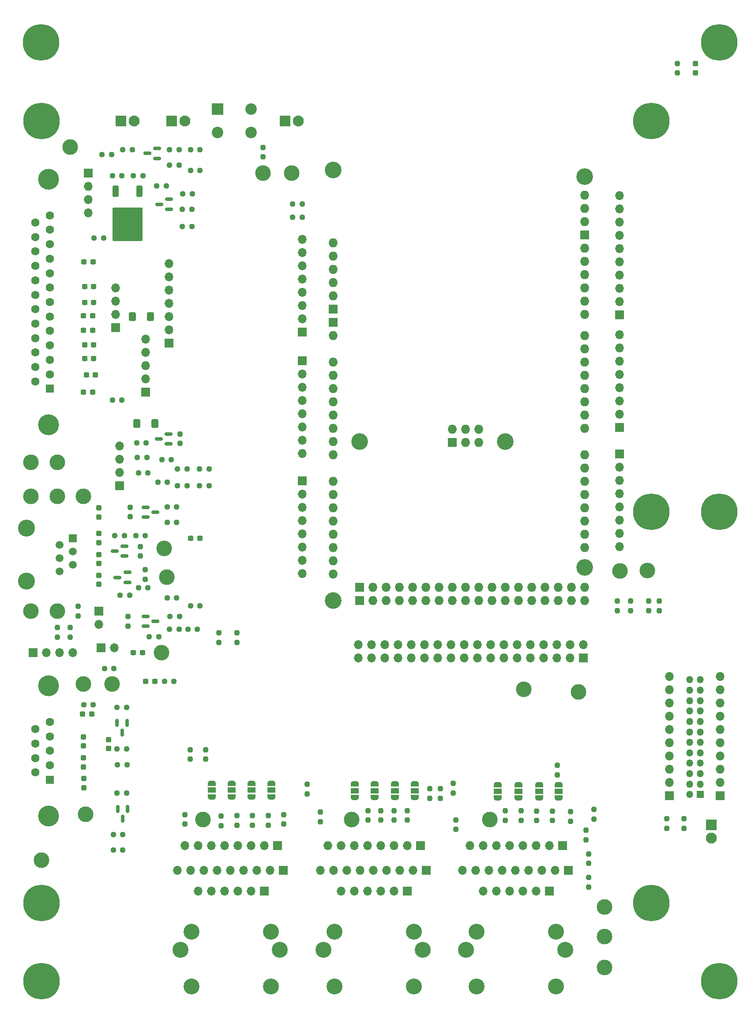
<source format=gbr>
%TF.GenerationSoftware,KiCad,Pcbnew,7.0.1*%
%TF.CreationDate,2023-08-28T22:07:01-05:00*%
%TF.ProjectId,Control v1,436f6e74-726f-46c2-9076-312e6b696361,0.1*%
%TF.SameCoordinates,Original*%
%TF.FileFunction,Soldermask,Top*%
%TF.FilePolarity,Negative*%
%FSLAX46Y46*%
G04 Gerber Fmt 4.6, Leading zero omitted, Abs format (unit mm)*
G04 Created by KiCad (PCBNEW 7.0.1) date 2023-08-28 22:07:01*
%MOMM*%
%LPD*%
G01*
G04 APERTURE LIST*
G04 Aperture macros list*
%AMRoundRect*
0 Rectangle with rounded corners*
0 $1 Rounding radius*
0 $2 $3 $4 $5 $6 $7 $8 $9 X,Y pos of 4 corners*
0 Add a 4 corners polygon primitive as box body*
4,1,4,$2,$3,$4,$5,$6,$7,$8,$9,$2,$3,0*
0 Add four circle primitives for the rounded corners*
1,1,$1+$1,$2,$3*
1,1,$1+$1,$4,$5*
1,1,$1+$1,$6,$7*
1,1,$1+$1,$8,$9*
0 Add four rect primitives between the rounded corners*
20,1,$1+$1,$2,$3,$4,$5,0*
20,1,$1+$1,$4,$5,$6,$7,0*
20,1,$1+$1,$6,$7,$8,$9,0*
20,1,$1+$1,$8,$9,$2,$3,0*%
%AMFreePoly0*
4,1,19,0.550000,-0.750000,0.000000,-0.750000,0.000000,-0.744911,-0.071157,-0.744911,-0.207708,-0.704816,-0.327430,-0.627875,-0.420627,-0.520320,-0.479746,-0.390866,-0.500000,-0.250000,-0.500000,0.250000,-0.479746,0.390866,-0.420627,0.520320,-0.327430,0.627875,-0.207708,0.704816,-0.071157,0.744911,0.000000,0.744911,0.000000,0.750000,0.550000,0.750000,0.550000,-0.750000,0.550000,-0.750000,
$1*%
%AMFreePoly1*
4,1,19,0.000000,0.744911,0.071157,0.744911,0.207708,0.704816,0.327430,0.627875,0.420627,0.520320,0.479746,0.390866,0.500000,0.250000,0.500000,-0.250000,0.479746,-0.390866,0.420627,-0.520320,0.327430,-0.627875,0.207708,-0.704816,0.071157,-0.744911,0.000000,-0.744911,0.000000,-0.750000,-0.550000,-0.750000,-0.550000,0.750000,0.000000,0.750000,0.000000,0.744911,0.000000,0.744911,
$1*%
G04 Aperture macros list end*
%ADD10RoundRect,0.237500X-0.237500X0.250000X-0.237500X-0.250000X0.237500X-0.250000X0.237500X0.250000X0*%
%ADD11RoundRect,0.237500X0.237500X-0.250000X0.237500X0.250000X-0.237500X0.250000X-0.237500X-0.250000X0*%
%ADD12RoundRect,0.237500X0.300000X0.237500X-0.300000X0.237500X-0.300000X-0.237500X0.300000X-0.237500X0*%
%ADD13C,3.000000*%
%ADD14RoundRect,0.237500X-0.250000X-0.237500X0.250000X-0.237500X0.250000X0.237500X-0.250000X0.237500X0*%
%ADD15RoundRect,0.237500X0.250000X0.237500X-0.250000X0.237500X-0.250000X-0.237500X0.250000X-0.237500X0*%
%ADD16RoundRect,0.150000X0.587500X0.150000X-0.587500X0.150000X-0.587500X-0.150000X0.587500X-0.150000X0*%
%ADD17RoundRect,0.237500X-0.300000X-0.237500X0.300000X-0.237500X0.300000X0.237500X-0.300000X0.237500X0*%
%ADD18R,1.700000X1.700000*%
%ADD19O,1.700000X1.700000*%
%ADD20FreePoly0,90.000000*%
%ADD21R,1.500000X1.000000*%
%ADD22FreePoly1,90.000000*%
%ADD23C,0.800000*%
%ADD24C,7.000000*%
%ADD25RoundRect,0.237500X0.237500X-0.300000X0.237500X0.300000X-0.237500X0.300000X-0.237500X-0.300000X0*%
%ADD26RoundRect,0.237500X-0.237500X0.300000X-0.237500X-0.300000X0.237500X-0.300000X0.237500X0.300000X0*%
%ADD27RoundRect,0.250000X-0.400000X-0.600000X0.400000X-0.600000X0.400000X0.600000X-0.400000X0.600000X0*%
%ADD28RoundRect,0.150000X-0.587500X-0.150000X0.587500X-0.150000X0.587500X0.150000X-0.587500X0.150000X0*%
%ADD29R,2.100000X2.100000*%
%ADD30C,2.100000*%
%ADD31RoundRect,0.250000X-0.350000X0.850000X-0.350000X-0.850000X0.350000X-0.850000X0.350000X0.850000X0*%
%ADD32RoundRect,0.249997X-2.650003X2.950003X-2.650003X-2.950003X2.650003X-2.950003X2.650003X2.950003X0*%
%ADD33C,3.048000*%
%ADD34C,3.200000*%
%ADD35O,1.727200X1.727200*%
%ADD36R,1.727200X1.727200*%
%ADD37FreePoly0,270.000000*%
%ADD38FreePoly1,270.000000*%
%ADD39C,4.000000*%
%ADD40R,1.600000X1.600000*%
%ADD41C,1.600000*%
%ADD42RoundRect,0.150000X-0.150000X0.587500X-0.150000X-0.587500X0.150000X-0.587500X0.150000X0.587500X0*%
%ADD43C,3.250000*%
%ADD44R,1.520000X1.520000*%
%ADD45C,1.520000*%
%ADD46R,1.350000X1.350000*%
%ADD47O,1.350000X1.350000*%
%ADD48R,2.200000X2.200000*%
%ADD49C,2.200000*%
G04 APERTURE END LIST*
D10*
%TO.C,R29*%
X89470000Y-188298020D03*
X89470000Y-190123020D03*
%TD*%
D11*
%TO.C,R78*%
X89000000Y-155000000D03*
X89000000Y-153175000D03*
%TD*%
D12*
%TO.C,C3*%
X65000000Y-86750000D03*
X63275000Y-86750000D03*
%TD*%
D13*
%TO.C,TP18*%
X63500000Y-188000000D03*
%TD*%
%TO.C,SPI_SCK1*%
X79000000Y-142500000D03*
%TD*%
D14*
%TO.C,R71*%
X68787500Y-194812500D03*
X70612500Y-194812500D03*
%TD*%
D11*
%TO.C,R65*%
X73937500Y-138462500D03*
X73937500Y-136637500D03*
%TD*%
D15*
%TO.C,R35*%
X75412500Y-122500000D03*
X73587500Y-122500000D03*
%TD*%
%TO.C,R48*%
X72412500Y-60500000D03*
X70587500Y-60500000D03*
%TD*%
D16*
%TO.C,Q7*%
X71467500Y-143500000D03*
X71467500Y-141600000D03*
X69592500Y-142550000D03*
%TD*%
D10*
%TO.C,R22*%
X144000000Y-187287500D03*
X144000000Y-189112500D03*
%TD*%
D17*
%TO.C,C4*%
X63137500Y-82000000D03*
X64862500Y-82000000D03*
%TD*%
D18*
%TO.C,J5*%
X105000000Y-101000000D03*
D19*
X105000000Y-103540000D03*
X105000000Y-106080000D03*
X105000000Y-108620000D03*
X105000000Y-111160000D03*
X105000000Y-113700000D03*
X105000000Y-116240000D03*
X105000000Y-118780000D03*
%TD*%
D11*
%TO.C,R83*%
X101500000Y-189862500D03*
X101500000Y-188037500D03*
%TD*%
%TO.C,R64*%
X74900000Y-142910000D03*
X74900000Y-141085000D03*
%TD*%
%TO.C,R82*%
X161000000Y-188862500D03*
X161000000Y-187037500D03*
%TD*%
D10*
%TO.C,R24*%
X120140000Y-187262500D03*
X120140000Y-189087500D03*
%TD*%
%TO.C,R87*%
X82500000Y-188037500D03*
X82500000Y-189862500D03*
%TD*%
D15*
%TO.C,R50*%
X80912500Y-146500000D03*
X79087500Y-146500000D03*
%TD*%
D14*
%TO.C,R44*%
X72612500Y-65500000D03*
X74437500Y-65500000D03*
%TD*%
D13*
%TO.C,D_PSU_RX1*%
X166000000Y-141300000D03*
%TD*%
D10*
%TO.C,R26*%
X98500000Y-188210520D03*
X98500000Y-190035520D03*
%TD*%
D20*
%TO.C,JP3*%
X150500000Y-184850000D03*
D21*
X150500000Y-183550000D03*
D22*
X150500000Y-182250000D03*
%TD*%
D23*
%TO.C,ISO4*%
X182375000Y-220000000D03*
X183143845Y-218143845D03*
X183143845Y-221856155D03*
X185000000Y-217375000D03*
D24*
X185000000Y-220000000D03*
D23*
X185000000Y-222625000D03*
X186856155Y-218143845D03*
X186856155Y-221856155D03*
X187625000Y-220000000D03*
%TD*%
D15*
%TO.C,R57*%
X75412500Y-144500000D03*
X73587500Y-144500000D03*
%TD*%
D10*
%TO.C,R73*%
X60510000Y-152175000D03*
X60510000Y-154000000D03*
%TD*%
D13*
%TO.C,TP12*%
X58000000Y-149000000D03*
%TD*%
D10*
%TO.C,R1*%
X106000000Y-182237500D03*
X106000000Y-184062500D03*
%TD*%
D14*
%TO.C,R72*%
X69587500Y-178456250D03*
X71412500Y-178456250D03*
%TD*%
D10*
%TO.C,R7*%
X134000000Y-182037500D03*
X134000000Y-183862500D03*
%TD*%
%TO.C,R86*%
X108500000Y-187537500D03*
X108500000Y-189362500D03*
%TD*%
%TO.C,R16*%
X168000000Y-147087500D03*
X168000000Y-148912500D03*
%TD*%
D15*
%TO.C,R42*%
X82912500Y-125000000D03*
X81087500Y-125000000D03*
%TD*%
D16*
%TO.C,Q8*%
X70937500Y-138450000D03*
X70937500Y-136550000D03*
X69062500Y-137500000D03*
%TD*%
D14*
%TO.C,R43*%
X85337500Y-125000000D03*
X87162500Y-125000000D03*
%TD*%
%TO.C,R52*%
X70087500Y-146000000D03*
X71912500Y-146000000D03*
%TD*%
D10*
%TO.C,R3*%
X129500000Y-183087500D03*
X129500000Y-184912500D03*
%TD*%
D14*
%TO.C,R10*%
X82000000Y-75250000D03*
X83825000Y-75250000D03*
%TD*%
D18*
%TO.C,J24*%
X53380000Y-157000000D03*
D19*
X55920000Y-157000000D03*
X58460000Y-157000000D03*
X61000000Y-157000000D03*
%TD*%
D13*
%TO.C,TP6*%
X141000000Y-188950000D03*
%TD*%
D25*
%TO.C,C19*%
X67868750Y-175362500D03*
X67868750Y-173637500D03*
%TD*%
D18*
%TO.C,J6*%
X165940000Y-113780000D03*
D19*
X165940000Y-111240000D03*
X165940000Y-108700000D03*
X165940000Y-106160000D03*
X165940000Y-103620000D03*
X165940000Y-101080000D03*
X165940000Y-98540000D03*
X165940000Y-96000000D03*
%TD*%
D18*
%TO.C,J4*%
X105000000Y-124000000D03*
D19*
X105000000Y-126540000D03*
X105000000Y-129080000D03*
X105000000Y-131620000D03*
X105000000Y-134160000D03*
X105000000Y-136700000D03*
X105000000Y-139240000D03*
X105000000Y-141780000D03*
%TD*%
D15*
%TO.C,R66*%
X80412500Y-162500000D03*
X78587500Y-162500000D03*
%TD*%
D23*
%TO.C,ISO5*%
X182375000Y-130000000D03*
X183143845Y-128143845D03*
X183143845Y-131856155D03*
X185000000Y-127375000D03*
D24*
X185000000Y-130000000D03*
D23*
X185000000Y-132625000D03*
X186856155Y-128143845D03*
X186856155Y-131856155D03*
X187625000Y-130000000D03*
%TD*%
D18*
%TO.C,J17*%
X75000000Y-107000000D03*
D19*
X75000000Y-104460000D03*
X75000000Y-101920000D03*
X75000000Y-99380000D03*
X75000000Y-96840000D03*
%TD*%
D26*
%TO.C,C12*%
X66000000Y-142137500D03*
X66000000Y-143862500D03*
%TD*%
D23*
%TO.C,H5*%
X169375000Y-130000000D03*
X170143845Y-128143845D03*
X170143845Y-131856155D03*
X172000000Y-127375000D03*
D24*
X172000000Y-130000000D03*
D23*
X172000000Y-132625000D03*
X173856155Y-128143845D03*
X173856155Y-131856155D03*
X174625000Y-130000000D03*
%TD*%
D12*
%TO.C,C10*%
X65000000Y-100600000D03*
X63275000Y-100600000D03*
%TD*%
D27*
%TO.C,D2*%
X72440000Y-92500000D03*
X75940000Y-92500000D03*
%TD*%
D15*
%TO.C,R63*%
X84912500Y-152500000D03*
X83087500Y-152500000D03*
%TD*%
D10*
%TO.C,R74*%
X58000000Y-152175000D03*
X58000000Y-154000000D03*
%TD*%
D13*
%TO.C,TP11*%
X53000000Y-120500000D03*
%TD*%
D28*
%TO.C,Q6*%
X75000000Y-150000000D03*
X75000000Y-151900000D03*
X76875000Y-150950000D03*
%TD*%
D10*
%TO.C,R28*%
X92500000Y-188210520D03*
X92500000Y-190035520D03*
%TD*%
D18*
%TO.C,J8*%
X159000000Y-158000000D03*
D19*
X159000000Y-155460000D03*
X156460000Y-158000000D03*
X156460000Y-155460000D03*
X153920000Y-158000000D03*
X153920000Y-155460000D03*
X151380000Y-158000000D03*
X151380000Y-155460000D03*
X148840000Y-158000000D03*
X148840000Y-155460000D03*
X146300000Y-158000000D03*
X146300000Y-155460000D03*
X143760000Y-158000000D03*
X143760000Y-155460000D03*
X141220000Y-158000000D03*
X141220000Y-155460000D03*
X138680000Y-158000000D03*
X138680000Y-155460000D03*
X136140000Y-158000000D03*
X136140000Y-155460000D03*
X133600000Y-158000000D03*
X133600000Y-155460000D03*
X131060000Y-158000000D03*
X131060000Y-155460000D03*
X128520000Y-158000000D03*
X128520000Y-155460000D03*
X125980000Y-158000000D03*
X125980000Y-155460000D03*
X123440000Y-158000000D03*
X123440000Y-155460000D03*
X120900000Y-158000000D03*
X120900000Y-155460000D03*
X118360000Y-158000000D03*
X118360000Y-155460000D03*
X115820000Y-158000000D03*
X115820000Y-155460000D03*
%TD*%
D14*
%TO.C,R70*%
X69500000Y-175456250D03*
X71325000Y-175456250D03*
%TD*%
D29*
%TO.C,J13*%
X80000000Y-55000000D03*
D30*
X82540000Y-55000000D03*
%TD*%
D31*
%TO.C,Q2*%
X73780000Y-68525000D03*
D32*
X71500000Y-74825000D03*
D31*
X69220000Y-68525000D03*
%TD*%
D13*
%TO.C,D_PSU_TX1*%
X171250000Y-141250000D03*
%TD*%
D18*
%TO.C,J14*%
X185250000Y-184380000D03*
D19*
X185250000Y-181840000D03*
X185250000Y-179300000D03*
X185250000Y-176760000D03*
X185250000Y-174220000D03*
X185250000Y-171680000D03*
X185250000Y-169140000D03*
X185250000Y-166600000D03*
X185250000Y-164060000D03*
X185250000Y-161520000D03*
%TD*%
D23*
%TO.C,H2*%
X52375000Y-205000000D03*
X53143845Y-203143845D03*
X53143845Y-206856155D03*
X55000000Y-202375000D03*
D24*
X55000000Y-205000000D03*
D23*
X55000000Y-207625000D03*
X56856155Y-203143845D03*
X56856155Y-206856155D03*
X57625000Y-205000000D03*
%TD*%
D14*
%TO.C,R88*%
X66587500Y-61500000D03*
X68412500Y-61500000D03*
%TD*%
D16*
%TO.C,Q4*%
X77187500Y-62200000D03*
X77187500Y-60300000D03*
X75312500Y-61250000D03*
%TD*%
D20*
%TO.C,JP5*%
X115100000Y-184750000D03*
D21*
X115100000Y-183450000D03*
D22*
X115100000Y-182150000D03*
%TD*%
D14*
%TO.C,R12*%
X78087500Y-120000000D03*
X79912500Y-120000000D03*
%TD*%
%TO.C,R33*%
X68587500Y-108500000D03*
X70412500Y-108500000D03*
%TD*%
D12*
%TO.C,C5*%
X65000000Y-89800000D03*
X63275000Y-89800000D03*
%TD*%
D18*
%TO.C,JP10*%
X127725000Y-193950000D03*
D19*
X125185000Y-193950000D03*
X122645000Y-193950000D03*
X120105000Y-193950000D03*
X117565000Y-193950000D03*
X115025000Y-193950000D03*
X112485000Y-193950000D03*
X109945000Y-193950000D03*
D33*
X126455000Y-210460000D03*
X111215000Y-210460000D03*
%TD*%
D25*
%TO.C,C13*%
X66000000Y-139862500D03*
X66000000Y-138137500D03*
%TD*%
D26*
%TO.C,C22*%
X180500000Y-44050000D03*
X180500000Y-45775000D03*
%TD*%
D20*
%TO.C,JP7*%
X122770000Y-184750000D03*
D21*
X122770000Y-183450000D03*
D22*
X122770000Y-182150000D03*
%TD*%
D11*
%TO.C,R79*%
X175000000Y-190662500D03*
X175000000Y-188837500D03*
%TD*%
D13*
%TO.C,SCL1*%
X147500000Y-164000000D03*
%TD*%
D23*
%TO.C,H3*%
X169375000Y-55000000D03*
X170143845Y-53143845D03*
X170143845Y-56856155D03*
X172000000Y-52375000D03*
D24*
X172000000Y-55000000D03*
D23*
X172000000Y-57625000D03*
X173856155Y-53143845D03*
X173856155Y-56856155D03*
X174625000Y-55000000D03*
%TD*%
D20*
%TO.C,JP2*%
X146500000Y-184850000D03*
D21*
X146500000Y-183550000D03*
D22*
X146500000Y-182250000D03*
%TD*%
D15*
%TO.C,R59*%
X85412500Y-148000000D03*
X83587500Y-148000000D03*
%TD*%
D18*
%TO.C,J19*%
X79500000Y-97660000D03*
D19*
X79500000Y-95120000D03*
X79500000Y-92580000D03*
X79500000Y-90040000D03*
X79500000Y-87500000D03*
X79500000Y-84960000D03*
X79500000Y-82420000D03*
%TD*%
D11*
%TO.C,R13*%
X165500000Y-148912500D03*
X165500000Y-147087500D03*
%TD*%
D16*
%TO.C,Q1*%
X79375000Y-116950000D03*
X79375000Y-115050000D03*
X77500000Y-116000000D03*
%TD*%
D34*
%TO.C,A1*%
X110920000Y-64450000D03*
X159180000Y-65720000D03*
D35*
X110920000Y-78420000D03*
D34*
X143940000Y-116520000D03*
X116000000Y-116520000D03*
X159180000Y-140650000D03*
X110920000Y-147000000D03*
D35*
X110920000Y-86040000D03*
X110920000Y-88580000D03*
X138860000Y-116647000D03*
X159180000Y-144460000D03*
X159180000Y-147000000D03*
X110920000Y-101280000D03*
X110920000Y-103820000D03*
X110920000Y-106360000D03*
X110920000Y-108900000D03*
X110920000Y-111440000D03*
X110920000Y-113980000D03*
X110920000Y-116520000D03*
X110920000Y-119060000D03*
X110920000Y-124140000D03*
X110920000Y-126680000D03*
X110920000Y-129220000D03*
X110920000Y-131760000D03*
X159180000Y-74356000D03*
X110920000Y-139380000D03*
X110920000Y-141920000D03*
X159180000Y-113980000D03*
X159180000Y-111440000D03*
X159180000Y-108900000D03*
X159180000Y-106360000D03*
X159180000Y-103820000D03*
X159180000Y-101280000D03*
X159180000Y-98740000D03*
X159180000Y-96200000D03*
X159180000Y-92136000D03*
X159180000Y-89596000D03*
X159180000Y-87056000D03*
X159180000Y-84516000D03*
X159180000Y-81976000D03*
X159180000Y-79436000D03*
X159180000Y-119060000D03*
X159180000Y-121600000D03*
X159180000Y-124140000D03*
X159180000Y-126680000D03*
X159180000Y-129220000D03*
X159180000Y-131760000D03*
X159180000Y-134300000D03*
X159180000Y-136840000D03*
X156640000Y-144460000D03*
X156640000Y-147000000D03*
X154100000Y-144460000D03*
X154100000Y-147000000D03*
X151560000Y-144460000D03*
X151560000Y-147000000D03*
X149020000Y-144460000D03*
X149020000Y-147000000D03*
X146480000Y-144460000D03*
X146480000Y-147000000D03*
X143940000Y-144460000D03*
X143940000Y-147000000D03*
X141400000Y-144460000D03*
X141400000Y-147000000D03*
X138860000Y-144460000D03*
X138860000Y-147000000D03*
X136320000Y-144460000D03*
X136320000Y-147000000D03*
X133780000Y-144460000D03*
X133780000Y-147000000D03*
X131240000Y-144460000D03*
X131240000Y-147000000D03*
X128700000Y-144460000D03*
X128700000Y-147000000D03*
X126160000Y-144460000D03*
X126160000Y-147000000D03*
X123620000Y-144460000D03*
X123620000Y-147000000D03*
X121080000Y-144460000D03*
X121080000Y-147000000D03*
X118540000Y-144460000D03*
X118540000Y-147000000D03*
X110920000Y-134300000D03*
X110920000Y-136840000D03*
D36*
X159180000Y-76896000D03*
X110920000Y-91120000D03*
X110920000Y-93660000D03*
X133780000Y-116647000D03*
X116000000Y-144460000D03*
X116000000Y-147000000D03*
D35*
X110920000Y-80960000D03*
X138860000Y-114107000D03*
X136320000Y-116647000D03*
X110920000Y-83500000D03*
X133780000Y-114107000D03*
X136320000Y-114107000D03*
X159180000Y-69276000D03*
X159180000Y-71816000D03*
X110920000Y-96200000D03*
%TD*%
D13*
%TO.C,TP14*%
X53000000Y-127000000D03*
%TD*%
D18*
%TO.C,J22*%
X66000000Y-149000000D03*
D19*
X66000000Y-151540000D03*
%TD*%
D37*
%TO.C,JP1*%
X142500000Y-182250000D03*
D21*
X142500000Y-183550000D03*
D38*
X142500000Y-184850000D03*
%TD*%
D13*
%TO.C,COPI1*%
X78500000Y-137000000D03*
%TD*%
D18*
%TO.C,J18*%
X64000000Y-65000000D03*
D19*
X64000000Y-67540000D03*
X64000000Y-70080000D03*
X64000000Y-72620000D03*
%TD*%
D10*
%TO.C,R5*%
X83500000Y-175587500D03*
X83500000Y-177412500D03*
%TD*%
D18*
%TO.C,JP15*%
X100280000Y-193950000D03*
D19*
X97740000Y-193950000D03*
X95200000Y-193950000D03*
X92660000Y-193950000D03*
X90120000Y-193950000D03*
X87580000Y-193950000D03*
X85040000Y-193950000D03*
X82500000Y-193950000D03*
D33*
X99010000Y-210460000D03*
X83770000Y-210460000D03*
%TD*%
D13*
%TO.C,TP16*%
X63000000Y-127000000D03*
%TD*%
D11*
%TO.C,R77*%
X92500000Y-155000000D03*
X92500000Y-153175000D03*
%TD*%
D13*
%TO.C,TP7*%
X114500000Y-188950000D03*
%TD*%
D14*
%TO.C,R90*%
X65087500Y-77500000D03*
X66912500Y-77500000D03*
%TD*%
D15*
%TO.C,R60*%
X81412500Y-152500000D03*
X79587500Y-152500000D03*
%TD*%
D10*
%TO.C,R32*%
X177000000Y-44000000D03*
X177000000Y-45825000D03*
%TD*%
D13*
%TO.C,TP13*%
X53000000Y-149000000D03*
%TD*%
D14*
%TO.C,R69*%
X68787500Y-191812500D03*
X70612500Y-191812500D03*
%TD*%
D10*
%TO.C,R6*%
X86500000Y-175587500D03*
X86500000Y-177412500D03*
%TD*%
%TO.C,R17*%
X154000000Y-178587500D03*
X154000000Y-180412500D03*
%TD*%
D15*
%TO.C,R58*%
X70912500Y-134500000D03*
X69087500Y-134500000D03*
%TD*%
D13*
%TO.C,TP9*%
X163000000Y-211450000D03*
%TD*%
%TO.C,TP4*%
X60500000Y-60000000D03*
%TD*%
D27*
%TO.C,D1*%
X73250000Y-113000000D03*
X76750000Y-113000000D03*
%TD*%
D37*
%TO.C,JP6*%
X118935000Y-182150000D03*
D21*
X118935000Y-183450000D03*
D38*
X118935000Y-184750000D03*
%TD*%
D10*
%TO.C,R25*%
X117630000Y-187262500D03*
X117630000Y-189087500D03*
%TD*%
D13*
%TO.C,SDA1*%
X158000000Y-164500000D03*
%TD*%
D10*
%TO.C,R21*%
X125160000Y-187262500D03*
X125160000Y-189087500D03*
%TD*%
D23*
%TO.C,ISO2*%
X52375000Y-220000000D03*
X53143845Y-218143845D03*
X53143845Y-221856155D03*
X55000000Y-217375000D03*
D24*
X55000000Y-220000000D03*
D23*
X55000000Y-222625000D03*
X56856155Y-218143845D03*
X56856155Y-221856155D03*
X57625000Y-220000000D03*
%TD*%
D12*
%TO.C,C18*%
X76725000Y-162500000D03*
X75000000Y-162500000D03*
%TD*%
%TO.C,C2*%
X64612500Y-168750000D03*
X62887500Y-168750000D03*
%TD*%
D25*
%TO.C,C14*%
X66000000Y-135862500D03*
X66000000Y-134137500D03*
%TD*%
D15*
%TO.C,R41*%
X82912500Y-121750000D03*
X81087500Y-121750000D03*
%TD*%
D20*
%TO.C,JP8*%
X126605000Y-184750000D03*
D21*
X126605000Y-183450000D03*
D22*
X126605000Y-182150000D03*
%TD*%
D25*
%TO.C,C20*%
X63000000Y-178862500D03*
X63000000Y-177137500D03*
%TD*%
D20*
%TO.C,JP4*%
X154250000Y-184850000D03*
D21*
X154250000Y-183550000D03*
D22*
X154250000Y-182250000D03*
%TD*%
D10*
%TO.C,R2*%
X159500000Y-191037500D03*
X159500000Y-192862500D03*
%TD*%
%TO.C,R15*%
X173500000Y-147087500D03*
X173500000Y-148912500D03*
%TD*%
D39*
%TO.C,J1*%
X56325763Y-163294000D03*
X56325763Y-188294000D03*
D40*
X56625763Y-181334000D03*
D41*
X56625763Y-178564000D03*
X56625763Y-175794000D03*
X56625763Y-173024000D03*
X56625763Y-170254000D03*
X53785763Y-179949000D03*
X53785763Y-177179000D03*
X53785763Y-174409000D03*
X53785763Y-171639000D03*
%TD*%
D42*
%TO.C,Q10*%
X71412500Y-170456250D03*
X69512500Y-170456250D03*
X70462500Y-172331250D03*
%TD*%
D10*
%TO.C,R19*%
X150000000Y-187337500D03*
X150000000Y-189162500D03*
%TD*%
D13*
%TO.C,TP5*%
X163000000Y-217350000D03*
%TD*%
D11*
%TO.C,R38*%
X81562500Y-116862500D03*
X81562500Y-115037500D03*
%TD*%
D10*
%TO.C,R20*%
X147000000Y-187287500D03*
X147000000Y-189112500D03*
%TD*%
D14*
%TO.C,R8*%
X63087500Y-167000000D03*
X64912500Y-167000000D03*
%TD*%
D10*
%TO.C,R31*%
X160000000Y-195537500D03*
X160000000Y-197362500D03*
%TD*%
D43*
%TO.C,J21*%
X52110000Y-133090000D03*
X52110000Y-143250000D03*
D44*
X61000000Y-135000000D03*
D45*
X58460000Y-136270000D03*
X61000000Y-137540000D03*
X58460000Y-138810000D03*
X61000000Y-140080000D03*
X58460000Y-141350000D03*
%TD*%
D15*
%TO.C,R55*%
X80912500Y-132000000D03*
X79087500Y-132000000D03*
%TD*%
D20*
%TO.C,JP11*%
X87635000Y-184635520D03*
D21*
X87635000Y-183335520D03*
D22*
X87635000Y-182035520D03*
%TD*%
D18*
%TO.C,JP20*%
X128820000Y-198744000D03*
D19*
X126280000Y-198744000D03*
X123740000Y-198744000D03*
X121200000Y-198744000D03*
X118660000Y-198744000D03*
X116120000Y-198744000D03*
X113580000Y-198744000D03*
X111040000Y-198744000D03*
X108500000Y-198744000D03*
D33*
X128185000Y-213933200D03*
X109135000Y-213933200D03*
%TD*%
D23*
%TO.C,H1*%
X52375000Y-55000000D03*
X53143845Y-53143845D03*
X53143845Y-56856155D03*
X55000000Y-52375000D03*
D24*
X55000000Y-55000000D03*
D23*
X55000000Y-57625000D03*
X56856155Y-53143845D03*
X56856155Y-56856155D03*
X57625000Y-55000000D03*
%TD*%
D15*
%TO.C,R56*%
X81480000Y-150040000D03*
X79655000Y-150040000D03*
%TD*%
D20*
%TO.C,JP12*%
X91470000Y-184635520D03*
D21*
X91470000Y-183335520D03*
D22*
X91470000Y-182035520D03*
%TD*%
D14*
%TO.C,R81*%
X83587500Y-60500000D03*
X85412500Y-60500000D03*
%TD*%
D10*
%TO.C,R61*%
X72000000Y-129087500D03*
X72000000Y-130912500D03*
%TD*%
%TO.C,R30*%
X131500000Y-183087500D03*
X131500000Y-184912500D03*
%TD*%
D18*
%TO.C,J3*%
X105000000Y-95500000D03*
D19*
X105000000Y-92960000D03*
X105000000Y-90420000D03*
X105000000Y-87880000D03*
X105000000Y-85340000D03*
X105000000Y-82800000D03*
X105000000Y-80260000D03*
X105000000Y-77720000D03*
%TD*%
D14*
%TO.C,R53*%
X73087500Y-134500000D03*
X74912500Y-134500000D03*
%TD*%
D15*
%TO.C,R34*%
X75187500Y-119550000D03*
X73362500Y-119550000D03*
%TD*%
D13*
%TO.C,TP17*%
X63000000Y-163000000D03*
%TD*%
D15*
%TO.C,R9*%
X81412500Y-63500000D03*
X79587500Y-63500000D03*
%TD*%
%TO.C,R89*%
X85412500Y-64500000D03*
X83587500Y-64500000D03*
%TD*%
D29*
%TO.C,J25*%
X183500000Y-190000000D03*
D30*
X183500000Y-192540000D03*
%TD*%
D15*
%TO.C,R54*%
X80912500Y-129000000D03*
X79087500Y-129000000D03*
%TD*%
D12*
%TO.C,C7*%
X64800000Y-95200000D03*
X63075000Y-95200000D03*
%TD*%
D13*
%TO.C,CIPO1*%
X78000000Y-157000000D03*
%TD*%
D46*
%TO.C,J10*%
X181400000Y-184170000D03*
D47*
X179400000Y-184170000D03*
X181400000Y-182170000D03*
X179400000Y-182170000D03*
X181400000Y-180170000D03*
X179400000Y-180170000D03*
X181400000Y-178170000D03*
X179400000Y-178170000D03*
X181400000Y-176170000D03*
X179400000Y-176170000D03*
X181400000Y-174170000D03*
X179400000Y-174170000D03*
X181400000Y-172170000D03*
X179400000Y-172170000D03*
X181400000Y-170170000D03*
X179400000Y-170170000D03*
X181400000Y-168170000D03*
X179400000Y-168170000D03*
X181400000Y-166170000D03*
X179400000Y-166170000D03*
X181400000Y-164170000D03*
X179400000Y-164170000D03*
X181400000Y-162170000D03*
X179400000Y-162170000D03*
%TD*%
D18*
%TO.C,J2*%
X165940000Y-118880000D03*
D19*
X165940000Y-121420000D03*
X165940000Y-123960000D03*
X165940000Y-126500000D03*
X165940000Y-129040000D03*
X165940000Y-131580000D03*
X165940000Y-134120000D03*
X165940000Y-136660000D03*
%TD*%
D10*
%TO.C,R49*%
X62000000Y-148087500D03*
X62000000Y-149912500D03*
%TD*%
D18*
%TO.C,JP9*%
X155000000Y-193950000D03*
D19*
X152460000Y-193950000D03*
X149920000Y-193950000D03*
X147380000Y-193950000D03*
X144840000Y-193950000D03*
X142300000Y-193950000D03*
X139760000Y-193950000D03*
X137220000Y-193950000D03*
D33*
X153730000Y-210460000D03*
X138490000Y-210460000D03*
%TD*%
D18*
%TO.C,J16*%
X69190000Y-94620000D03*
D19*
X69190000Y-92080000D03*
X69190000Y-89540000D03*
X69190000Y-87000000D03*
%TD*%
D18*
%TO.C,JP16*%
X152460000Y-202712000D03*
D19*
X149920000Y-202712000D03*
X147380000Y-202712000D03*
X144840000Y-202712000D03*
X142300000Y-202712000D03*
X139760000Y-202712000D03*
D33*
X153730000Y-221000000D03*
X138490000Y-221000000D03*
%TD*%
D26*
%TO.C,C1*%
X63100000Y-181137500D03*
X63100000Y-182862500D03*
%TD*%
D13*
%TO.C,TP15*%
X58000000Y-127000000D03*
%TD*%
D10*
%TO.C,R62*%
X71567500Y-150040000D03*
X71567500Y-151865000D03*
%TD*%
D29*
%TO.C,J11*%
X101730000Y-55000000D03*
D30*
X104270000Y-55000000D03*
%TD*%
D12*
%TO.C,C8*%
X64800000Y-107000000D03*
X63075000Y-107000000D03*
%TD*%
D15*
%TO.C,R67*%
X71325000Y-183912500D03*
X69500000Y-183912500D03*
%TD*%
D23*
%TO.C,ISO1*%
X52250000Y-40000000D03*
X53018845Y-38143845D03*
X53018845Y-41856155D03*
X54875000Y-37375000D03*
D24*
X54875000Y-40000000D03*
D23*
X54875000Y-42625000D03*
X56731155Y-38143845D03*
X56731155Y-41856155D03*
X57500000Y-40000000D03*
%TD*%
D26*
%TO.C,C15*%
X66000000Y-129237500D03*
X66000000Y-130962500D03*
%TD*%
D18*
%TO.C,J23*%
X66460000Y-156000000D03*
D19*
X69000000Y-156000000D03*
%TD*%
D14*
%TO.C,R37*%
X77337500Y-124250000D03*
X79162500Y-124250000D03*
%TD*%
D11*
%TO.C,R14*%
X171500000Y-148912500D03*
X171500000Y-147087500D03*
%TD*%
D20*
%TO.C,JP14*%
X99140000Y-184635520D03*
D21*
X99140000Y-183335520D03*
D22*
X99140000Y-182035520D03*
%TD*%
D18*
%TO.C,J20*%
X70000000Y-125000000D03*
D19*
X70000000Y-122460000D03*
X70000000Y-119920000D03*
X70000000Y-117380000D03*
%TD*%
D10*
%TO.C,R27*%
X95500000Y-188210520D03*
X95500000Y-190035520D03*
%TD*%
D18*
%TO.C,JP17*%
X125185000Y-202712000D03*
D19*
X122645000Y-202712000D03*
X120105000Y-202712000D03*
X117565000Y-202712000D03*
X115025000Y-202712000D03*
X112485000Y-202712000D03*
D33*
X126455000Y-221000000D03*
X111215000Y-221000000D03*
%TD*%
D18*
%TO.C,JP18*%
X97740000Y-202712000D03*
D19*
X95200000Y-202712000D03*
X92660000Y-202712000D03*
X90120000Y-202712000D03*
X87580000Y-202712000D03*
X85040000Y-202712000D03*
D33*
X99010000Y-221000000D03*
X83770000Y-221000000D03*
%TD*%
D13*
%TO.C,TP10*%
X163000000Y-205750000D03*
%TD*%
D18*
%TO.C,JP19*%
X156095000Y-198744000D03*
D19*
X153555000Y-198744000D03*
X151015000Y-198744000D03*
X148475000Y-198744000D03*
X145935000Y-198744000D03*
X143395000Y-198744000D03*
X140855000Y-198744000D03*
X138315000Y-198744000D03*
X135775000Y-198744000D03*
D33*
X155460000Y-213933200D03*
X136410000Y-213933200D03*
%TD*%
D14*
%TO.C,R39*%
X68612500Y-65500000D03*
X70437500Y-65500000D03*
%TD*%
D15*
%TO.C,R51*%
X77480000Y-153952500D03*
X75655000Y-153952500D03*
%TD*%
D10*
%TO.C,R76*%
X97500000Y-60087500D03*
X97500000Y-61912500D03*
%TD*%
D13*
%TO.C,TP8*%
X86000000Y-188950000D03*
%TD*%
D12*
%TO.C,C9*%
X65362500Y-103750000D03*
X63637500Y-103750000D03*
%TD*%
D14*
%TO.C,R91*%
X103175000Y-70990000D03*
X105000000Y-70990000D03*
%TD*%
D18*
%TO.C,J7*%
X165900000Y-92200000D03*
D19*
X165900000Y-89660000D03*
X165900000Y-87120000D03*
X165900000Y-84580000D03*
X165900000Y-82040000D03*
X165900000Y-79500000D03*
X165900000Y-76960000D03*
X165900000Y-74420000D03*
X165900000Y-71880000D03*
X165900000Y-69340000D03*
%TD*%
D18*
%TO.C,J9*%
X175500000Y-184380000D03*
D19*
X175500000Y-181840000D03*
X175500000Y-179300000D03*
X175500000Y-176760000D03*
X175500000Y-174220000D03*
X175500000Y-171680000D03*
X175500000Y-169140000D03*
X175500000Y-166600000D03*
X175500000Y-164060000D03*
X175500000Y-161520000D03*
%TD*%
D28*
%TO.C,Q5*%
X75000000Y-129100000D03*
X75000000Y-131000000D03*
X76875000Y-130050000D03*
%TD*%
D14*
%TO.C,R92*%
X103175000Y-73500000D03*
X105000000Y-73500000D03*
%TD*%
%TO.C,R36*%
X73250000Y-116750000D03*
X75075000Y-116750000D03*
%TD*%
D26*
%TO.C,C21*%
X63000000Y-173137500D03*
X63000000Y-174862500D03*
%TD*%
D15*
%TO.C,R46*%
X83912500Y-69000000D03*
X82087500Y-69000000D03*
%TD*%
D14*
%TO.C,R11*%
X85337500Y-121750000D03*
X87162500Y-121750000D03*
%TD*%
%TO.C,R40*%
X77087500Y-67500000D03*
X78912500Y-67500000D03*
%TD*%
D48*
%TO.C,S1*%
X88750000Y-52750000D03*
D49*
X95250000Y-52750000D03*
X88750000Y-57250000D03*
X95250000Y-57250000D03*
%TD*%
D13*
%TO.C,TP19*%
X68500000Y-163000000D03*
%TD*%
D10*
%TO.C,R18*%
X153000000Y-187337500D03*
X153000000Y-189162500D03*
%TD*%
D11*
%TO.C,R80*%
X178250000Y-190662500D03*
X178250000Y-188837500D03*
%TD*%
D23*
%TO.C,H4*%
X169375000Y-205000000D03*
X170143845Y-203143845D03*
X170143845Y-206856155D03*
X172000000Y-202375000D03*
D24*
X172000000Y-205000000D03*
D23*
X172000000Y-207625000D03*
X173856155Y-203143845D03*
X173856155Y-206856155D03*
X174625000Y-205000000D03*
%TD*%
D10*
%TO.C,R4*%
X156500000Y-187450000D03*
X156500000Y-189275000D03*
%TD*%
D17*
%TO.C,C17*%
X83637500Y-135000000D03*
X85362500Y-135000000D03*
%TD*%
D10*
%TO.C,R23*%
X122650000Y-187262500D03*
X122650000Y-189087500D03*
%TD*%
D39*
%TO.C,J15*%
X56325763Y-66194000D03*
X56325763Y-113294000D03*
D40*
X56625763Y-106364000D03*
D41*
X56625763Y-103594000D03*
X56625763Y-100824000D03*
X56625763Y-98054000D03*
X56625763Y-95284000D03*
X56625763Y-92514000D03*
X56625763Y-89744000D03*
X56625763Y-86974000D03*
X56625763Y-84204000D03*
X56625763Y-81434000D03*
X56625763Y-78664000D03*
X56625763Y-75894000D03*
X56625763Y-73124000D03*
X53785763Y-104979000D03*
X53785763Y-102209000D03*
X53785763Y-99439000D03*
X53785763Y-96669000D03*
X53785763Y-93899000D03*
X53785763Y-91129000D03*
X53785763Y-88359000D03*
X53785763Y-85589000D03*
X53785763Y-82819000D03*
X53785763Y-80049000D03*
X53785763Y-77279000D03*
X53785763Y-74509000D03*
%TD*%
D13*
%TO.C,TPSwitched_Fan_Power1*%
X58000000Y-120500000D03*
%TD*%
D10*
%TO.C,R85*%
X134500000Y-189037500D03*
X134500000Y-190862500D03*
%TD*%
D18*
%TO.C,JP21*%
X101375000Y-198744000D03*
D19*
X98835000Y-198744000D03*
X96295000Y-198744000D03*
X93755000Y-198744000D03*
X91215000Y-198744000D03*
X88675000Y-198744000D03*
X86135000Y-198744000D03*
X83595000Y-198744000D03*
X81055000Y-198744000D03*
D33*
X100740000Y-213933200D03*
X81690000Y-213933200D03*
%TD*%
D17*
%TO.C,C16*%
X72637500Y-157000000D03*
X74362500Y-157000000D03*
%TD*%
D14*
%TO.C,R45*%
X82000000Y-72000000D03*
X83825000Y-72000000D03*
%TD*%
D13*
%TO.C,VIN1*%
X97500000Y-65000000D03*
%TD*%
%TO.C,TP3*%
X103000000Y-65000000D03*
%TD*%
D15*
%TO.C,R47*%
X81412500Y-60500000D03*
X79587500Y-60500000D03*
%TD*%
%TO.C,R68*%
X71325000Y-167456250D03*
X69500000Y-167456250D03*
%TD*%
D29*
%TO.C,J12*%
X70230000Y-55000000D03*
D30*
X72770000Y-55000000D03*
%TD*%
D13*
%TO.C,TP1*%
X55000000Y-196750000D03*
%TD*%
D16*
%TO.C,Q3*%
X79437500Y-71950000D03*
X79437500Y-70050000D03*
X77562500Y-71000000D03*
%TD*%
D23*
%TO.C,ISO3*%
X182375000Y-40000000D03*
X183143845Y-38143845D03*
X183143845Y-41856155D03*
X185000000Y-37375000D03*
D24*
X185000000Y-40000000D03*
D23*
X185000000Y-42625000D03*
X186856155Y-38143845D03*
X186856155Y-41856155D03*
X187625000Y-40000000D03*
%TD*%
D12*
%TO.C,C11*%
X65000000Y-98000000D03*
X63275000Y-98000000D03*
%TD*%
D37*
%TO.C,JP13*%
X95305000Y-182035520D03*
D21*
X95305000Y-183335520D03*
D38*
X95305000Y-184635520D03*
%TD*%
D10*
%TO.C,R84*%
X160000000Y-200087500D03*
X160000000Y-201912500D03*
%TD*%
D14*
%TO.C,R75*%
X67087500Y-160000000D03*
X68912500Y-160000000D03*
%TD*%
D42*
%TO.C,Q9*%
X71500000Y-186912500D03*
X69600000Y-186912500D03*
X70550000Y-188787500D03*
%TD*%
D12*
%TO.C,C6*%
X64800000Y-92400000D03*
X63075000Y-92400000D03*
%TD*%
M02*

</source>
